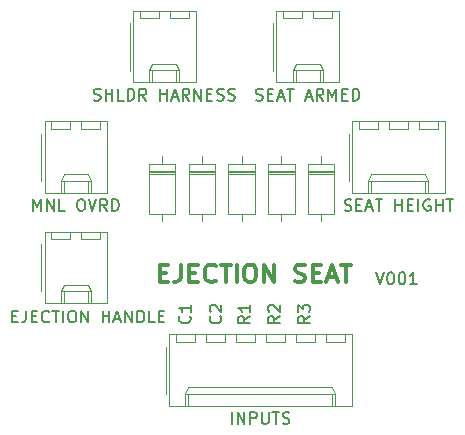
<source format=gbr>
G04 #@! TF.GenerationSoftware,KiCad,Pcbnew,(5.1.5-0-10_14)*
G04 #@! TF.CreationDate,2021-10-24T13:15:44+10:00*
G04 #@! TF.ProjectId,OH - Left Console - Ejection Seat,4f48202d-204c-4656-9674-20436f6e736f,rev?*
G04 #@! TF.SameCoordinates,Original*
G04 #@! TF.FileFunction,Legend,Top*
G04 #@! TF.FilePolarity,Positive*
%FSLAX46Y46*%
G04 Gerber Fmt 4.6, Leading zero omitted, Abs format (unit mm)*
G04 Created by KiCad (PCBNEW (5.1.5-0-10_14)) date 2021-10-24 13:15:44*
%MOMM*%
%LPD*%
G04 APERTURE LIST*
%ADD10C,0.150000*%
%ADD11C,0.300000*%
%ADD12C,0.120000*%
G04 APERTURE END LIST*
D10*
X76207880Y-112249976D02*
X75731690Y-112583309D01*
X76207880Y-112821404D02*
X75207880Y-112821404D01*
X75207880Y-112440452D01*
X75255500Y-112345214D01*
X75303119Y-112297595D01*
X75398357Y-112249976D01*
X75541214Y-112249976D01*
X75636452Y-112297595D01*
X75684071Y-112345214D01*
X75731690Y-112440452D01*
X75731690Y-112821404D01*
X75207880Y-111916642D02*
X75207880Y-111297595D01*
X75588833Y-111630928D01*
X75588833Y-111488071D01*
X75636452Y-111392833D01*
X75684071Y-111345214D01*
X75779309Y-111297595D01*
X76017404Y-111297595D01*
X76112642Y-111345214D01*
X76160261Y-111392833D01*
X76207880Y-111488071D01*
X76207880Y-111773785D01*
X76160261Y-111869023D01*
X76112642Y-111916642D01*
X73667880Y-112249976D02*
X73191690Y-112583309D01*
X73667880Y-112821404D02*
X72667880Y-112821404D01*
X72667880Y-112440452D01*
X72715500Y-112345214D01*
X72763119Y-112297595D01*
X72858357Y-112249976D01*
X73001214Y-112249976D01*
X73096452Y-112297595D01*
X73144071Y-112345214D01*
X73191690Y-112440452D01*
X73191690Y-112821404D01*
X72763119Y-111869023D02*
X72715500Y-111821404D01*
X72667880Y-111726166D01*
X72667880Y-111488071D01*
X72715500Y-111392833D01*
X72763119Y-111345214D01*
X72858357Y-111297595D01*
X72953595Y-111297595D01*
X73096452Y-111345214D01*
X73667880Y-111916642D01*
X73667880Y-111297595D01*
X71127880Y-112249976D02*
X70651690Y-112583309D01*
X71127880Y-112821404D02*
X70127880Y-112821404D01*
X70127880Y-112440452D01*
X70175500Y-112345214D01*
X70223119Y-112297595D01*
X70318357Y-112249976D01*
X70461214Y-112249976D01*
X70556452Y-112297595D01*
X70604071Y-112345214D01*
X70651690Y-112440452D01*
X70651690Y-112821404D01*
X71127880Y-111297595D02*
X71127880Y-111869023D01*
X71127880Y-111583309D02*
X70127880Y-111583309D01*
X70270738Y-111678547D01*
X70365976Y-111773785D01*
X70413595Y-111869023D01*
X68619642Y-112249976D02*
X68667261Y-112297595D01*
X68714880Y-112440452D01*
X68714880Y-112535690D01*
X68667261Y-112678547D01*
X68572023Y-112773785D01*
X68476785Y-112821404D01*
X68286309Y-112869023D01*
X68143452Y-112869023D01*
X67952976Y-112821404D01*
X67857738Y-112773785D01*
X67762500Y-112678547D01*
X67714880Y-112535690D01*
X67714880Y-112440452D01*
X67762500Y-112297595D01*
X67810119Y-112249976D01*
X67810119Y-111869023D02*
X67762500Y-111821404D01*
X67714880Y-111726166D01*
X67714880Y-111488071D01*
X67762500Y-111392833D01*
X67810119Y-111345214D01*
X67905357Y-111297595D01*
X68000595Y-111297595D01*
X68143452Y-111345214D01*
X68714880Y-111916642D01*
X68714880Y-111297595D01*
X66016142Y-112249976D02*
X66063761Y-112297595D01*
X66111380Y-112440452D01*
X66111380Y-112535690D01*
X66063761Y-112678547D01*
X65968523Y-112773785D01*
X65873285Y-112821404D01*
X65682809Y-112869023D01*
X65539952Y-112869023D01*
X65349476Y-112821404D01*
X65254238Y-112773785D01*
X65159000Y-112678547D01*
X65111380Y-112535690D01*
X65111380Y-112440452D01*
X65159000Y-112297595D01*
X65206619Y-112249976D01*
X66111380Y-111297595D02*
X66111380Y-111869023D01*
X66111380Y-111583309D02*
X65111380Y-111583309D01*
X65254238Y-111678547D01*
X65349476Y-111773785D01*
X65397095Y-111869023D01*
X81804095Y-108545380D02*
X82137428Y-109545380D01*
X82470761Y-108545380D01*
X82994571Y-108545380D02*
X83089809Y-108545380D01*
X83185047Y-108593000D01*
X83232666Y-108640619D01*
X83280285Y-108735857D01*
X83327904Y-108926333D01*
X83327904Y-109164428D01*
X83280285Y-109354904D01*
X83232666Y-109450142D01*
X83185047Y-109497761D01*
X83089809Y-109545380D01*
X82994571Y-109545380D01*
X82899333Y-109497761D01*
X82851714Y-109450142D01*
X82804095Y-109354904D01*
X82756476Y-109164428D01*
X82756476Y-108926333D01*
X82804095Y-108735857D01*
X82851714Y-108640619D01*
X82899333Y-108593000D01*
X82994571Y-108545380D01*
X83946952Y-108545380D02*
X84042190Y-108545380D01*
X84137428Y-108593000D01*
X84185047Y-108640619D01*
X84232666Y-108735857D01*
X84280285Y-108926333D01*
X84280285Y-109164428D01*
X84232666Y-109354904D01*
X84185047Y-109450142D01*
X84137428Y-109497761D01*
X84042190Y-109545380D01*
X83946952Y-109545380D01*
X83851714Y-109497761D01*
X83804095Y-109450142D01*
X83756476Y-109354904D01*
X83708857Y-109164428D01*
X83708857Y-108926333D01*
X83756476Y-108735857D01*
X83804095Y-108640619D01*
X83851714Y-108593000D01*
X83946952Y-108545380D01*
X85232666Y-109545380D02*
X84661238Y-109545380D01*
X84946952Y-109545380D02*
X84946952Y-108545380D01*
X84851714Y-108688238D01*
X84756476Y-108783476D01*
X84661238Y-108831095D01*
D11*
X63501000Y-108604857D02*
X64001000Y-108604857D01*
X64215285Y-109390571D02*
X63501000Y-109390571D01*
X63501000Y-107890571D01*
X64215285Y-107890571D01*
X65286714Y-107890571D02*
X65286714Y-108962000D01*
X65215285Y-109176285D01*
X65072428Y-109319142D01*
X64858142Y-109390571D01*
X64715285Y-109390571D01*
X66001000Y-108604857D02*
X66501000Y-108604857D01*
X66715285Y-109390571D02*
X66001000Y-109390571D01*
X66001000Y-107890571D01*
X66715285Y-107890571D01*
X68215285Y-109247714D02*
X68143857Y-109319142D01*
X67929571Y-109390571D01*
X67786714Y-109390571D01*
X67572428Y-109319142D01*
X67429571Y-109176285D01*
X67358142Y-109033428D01*
X67286714Y-108747714D01*
X67286714Y-108533428D01*
X67358142Y-108247714D01*
X67429571Y-108104857D01*
X67572428Y-107962000D01*
X67786714Y-107890571D01*
X67929571Y-107890571D01*
X68143857Y-107962000D01*
X68215285Y-108033428D01*
X68643857Y-107890571D02*
X69501000Y-107890571D01*
X69072428Y-109390571D02*
X69072428Y-107890571D01*
X70001000Y-109390571D02*
X70001000Y-107890571D01*
X71001000Y-107890571D02*
X71286714Y-107890571D01*
X71429571Y-107962000D01*
X71572428Y-108104857D01*
X71643857Y-108390571D01*
X71643857Y-108890571D01*
X71572428Y-109176285D01*
X71429571Y-109319142D01*
X71286714Y-109390571D01*
X71001000Y-109390571D01*
X70858142Y-109319142D01*
X70715285Y-109176285D01*
X70643857Y-108890571D01*
X70643857Y-108390571D01*
X70715285Y-108104857D01*
X70858142Y-107962000D01*
X71001000Y-107890571D01*
X72286714Y-109390571D02*
X72286714Y-107890571D01*
X73143857Y-109390571D01*
X73143857Y-107890571D01*
X74929571Y-109319142D02*
X75143857Y-109390571D01*
X75501000Y-109390571D01*
X75643857Y-109319142D01*
X75715285Y-109247714D01*
X75786714Y-109104857D01*
X75786714Y-108962000D01*
X75715285Y-108819142D01*
X75643857Y-108747714D01*
X75501000Y-108676285D01*
X75215285Y-108604857D01*
X75072428Y-108533428D01*
X75001000Y-108462000D01*
X74929571Y-108319142D01*
X74929571Y-108176285D01*
X75001000Y-108033428D01*
X75072428Y-107962000D01*
X75215285Y-107890571D01*
X75572428Y-107890571D01*
X75786714Y-107962000D01*
X76429571Y-108604857D02*
X76929571Y-108604857D01*
X77143857Y-109390571D02*
X76429571Y-109390571D01*
X76429571Y-107890571D01*
X77143857Y-107890571D01*
X77715285Y-108962000D02*
X78429571Y-108962000D01*
X77572428Y-109390571D02*
X78072428Y-107890571D01*
X78572428Y-109390571D01*
X78858142Y-107890571D02*
X79715285Y-107890571D01*
X79286714Y-109390571D02*
X79286714Y-107890571D01*
D12*
X79159000Y-114410000D02*
X79159000Y-113810000D01*
X77559000Y-114410000D02*
X79159000Y-114410000D01*
X77559000Y-113810000D02*
X77559000Y-114410000D01*
X76619000Y-114410000D02*
X76619000Y-113810000D01*
X75019000Y-114410000D02*
X76619000Y-114410000D01*
X75019000Y-113810000D02*
X75019000Y-114410000D01*
X74079000Y-114410000D02*
X74079000Y-113810000D01*
X72479000Y-114410000D02*
X74079000Y-114410000D01*
X72479000Y-113810000D02*
X72479000Y-114410000D01*
X71539000Y-114410000D02*
X71539000Y-113810000D01*
X69939000Y-114410000D02*
X71539000Y-114410000D01*
X69939000Y-113810000D02*
X69939000Y-114410000D01*
X68999000Y-114410000D02*
X68999000Y-113810000D01*
X67399000Y-114410000D02*
X68999000Y-114410000D01*
X67399000Y-113810000D02*
X67399000Y-114410000D01*
X66459000Y-114410000D02*
X66459000Y-113810000D01*
X64859000Y-114410000D02*
X66459000Y-114410000D01*
X64859000Y-113810000D02*
X64859000Y-114410000D01*
X78109000Y-119830000D02*
X78109000Y-118830000D01*
X65909000Y-119830000D02*
X65909000Y-118830000D01*
X78109000Y-118300000D02*
X78359000Y-118830000D01*
X65909000Y-118300000D02*
X78109000Y-118300000D01*
X65659000Y-118830000D02*
X65909000Y-118300000D01*
X78359000Y-118830000D02*
X78359000Y-119830000D01*
X65659000Y-118830000D02*
X78359000Y-118830000D01*
X65659000Y-119830000D02*
X65659000Y-118830000D01*
X63989000Y-114840000D02*
X63989000Y-118840000D01*
X79739000Y-113810000D02*
X64279000Y-113810000D01*
X79739000Y-119830000D02*
X79739000Y-113810000D01*
X64279000Y-119830000D02*
X79739000Y-119830000D01*
X64279000Y-113810000D02*
X64279000Y-119830000D01*
X65951000Y-87041500D02*
X65951000Y-86441500D01*
X64351000Y-87041500D02*
X65951000Y-87041500D01*
X64351000Y-86441500D02*
X64351000Y-87041500D01*
X63411000Y-87041500D02*
X63411000Y-86441500D01*
X61811000Y-87041500D02*
X63411000Y-87041500D01*
X61811000Y-86441500D02*
X61811000Y-87041500D01*
X64901000Y-92461500D02*
X64901000Y-91461500D01*
X62861000Y-92461500D02*
X62861000Y-91461500D01*
X64901000Y-90931500D02*
X65151000Y-91461500D01*
X62861000Y-90931500D02*
X64901000Y-90931500D01*
X62611000Y-91461500D02*
X62861000Y-90931500D01*
X65151000Y-91461500D02*
X65151000Y-92461500D01*
X62611000Y-91461500D02*
X65151000Y-91461500D01*
X62611000Y-92461500D02*
X62611000Y-91461500D01*
X60941000Y-87471500D02*
X60941000Y-91471500D01*
X66531000Y-86441500D02*
X61231000Y-86441500D01*
X66531000Y-92461500D02*
X66531000Y-86441500D01*
X61231000Y-92461500D02*
X66531000Y-92461500D01*
X61231000Y-86441500D02*
X61231000Y-92461500D01*
X87033000Y-96376000D02*
X87033000Y-95776000D01*
X85433000Y-96376000D02*
X87033000Y-96376000D01*
X85433000Y-95776000D02*
X85433000Y-96376000D01*
X84493000Y-96376000D02*
X84493000Y-95776000D01*
X82893000Y-96376000D02*
X84493000Y-96376000D01*
X82893000Y-95776000D02*
X82893000Y-96376000D01*
X81953000Y-96376000D02*
X81953000Y-95776000D01*
X80353000Y-96376000D02*
X81953000Y-96376000D01*
X80353000Y-95776000D02*
X80353000Y-96376000D01*
X85983000Y-101796000D02*
X85983000Y-100796000D01*
X81403000Y-101796000D02*
X81403000Y-100796000D01*
X85983000Y-100266000D02*
X86233000Y-100796000D01*
X81403000Y-100266000D02*
X85983000Y-100266000D01*
X81153000Y-100796000D02*
X81403000Y-100266000D01*
X86233000Y-100796000D02*
X86233000Y-101796000D01*
X81153000Y-100796000D02*
X86233000Y-100796000D01*
X81153000Y-101796000D02*
X81153000Y-100796000D01*
X79483000Y-96806000D02*
X79483000Y-100806000D01*
X87613000Y-95776000D02*
X79773000Y-95776000D01*
X87613000Y-101796000D02*
X87613000Y-95776000D01*
X79773000Y-101796000D02*
X87613000Y-101796000D01*
X79773000Y-95776000D02*
X79773000Y-101796000D01*
X58458000Y-96376000D02*
X58458000Y-95776000D01*
X56858000Y-96376000D02*
X58458000Y-96376000D01*
X56858000Y-95776000D02*
X56858000Y-96376000D01*
X55918000Y-96376000D02*
X55918000Y-95776000D01*
X54318000Y-96376000D02*
X55918000Y-96376000D01*
X54318000Y-95776000D02*
X54318000Y-96376000D01*
X57408000Y-101796000D02*
X57408000Y-100796000D01*
X55368000Y-101796000D02*
X55368000Y-100796000D01*
X57408000Y-100266000D02*
X57658000Y-100796000D01*
X55368000Y-100266000D02*
X57408000Y-100266000D01*
X55118000Y-100796000D02*
X55368000Y-100266000D01*
X57658000Y-100796000D02*
X57658000Y-101796000D01*
X55118000Y-100796000D02*
X57658000Y-100796000D01*
X55118000Y-101796000D02*
X55118000Y-100796000D01*
X53448000Y-96806000D02*
X53448000Y-100806000D01*
X59038000Y-95776000D02*
X53738000Y-95776000D01*
X59038000Y-101796000D02*
X59038000Y-95776000D01*
X53738000Y-101796000D02*
X59038000Y-101796000D01*
X53738000Y-95776000D02*
X53738000Y-101796000D01*
X78079500Y-87041500D02*
X78079500Y-86441500D01*
X76479500Y-87041500D02*
X78079500Y-87041500D01*
X76479500Y-86441500D02*
X76479500Y-87041500D01*
X75539500Y-87041500D02*
X75539500Y-86441500D01*
X73939500Y-87041500D02*
X75539500Y-87041500D01*
X73939500Y-86441500D02*
X73939500Y-87041500D01*
X77029500Y-92461500D02*
X77029500Y-91461500D01*
X74989500Y-92461500D02*
X74989500Y-91461500D01*
X77029500Y-90931500D02*
X77279500Y-91461500D01*
X74989500Y-90931500D02*
X77029500Y-90931500D01*
X74739500Y-91461500D02*
X74989500Y-90931500D01*
X77279500Y-91461500D02*
X77279500Y-92461500D01*
X74739500Y-91461500D02*
X77279500Y-91461500D01*
X74739500Y-92461500D02*
X74739500Y-91461500D01*
X73069500Y-87471500D02*
X73069500Y-91471500D01*
X78659500Y-86441500D02*
X73359500Y-86441500D01*
X78659500Y-92461500D02*
X78659500Y-86441500D01*
X73359500Y-92461500D02*
X78659500Y-92461500D01*
X73359500Y-86441500D02*
X73359500Y-92461500D01*
X58458000Y-105710000D02*
X58458000Y-105110000D01*
X56858000Y-105710000D02*
X58458000Y-105710000D01*
X56858000Y-105110000D02*
X56858000Y-105710000D01*
X55918000Y-105710000D02*
X55918000Y-105110000D01*
X54318000Y-105710000D02*
X55918000Y-105710000D01*
X54318000Y-105110000D02*
X54318000Y-105710000D01*
X57408000Y-111130000D02*
X57408000Y-110130000D01*
X55368000Y-111130000D02*
X55368000Y-110130000D01*
X57408000Y-109600000D02*
X57658000Y-110130000D01*
X55368000Y-109600000D02*
X57408000Y-109600000D01*
X55118000Y-110130000D02*
X55368000Y-109600000D01*
X57658000Y-110130000D02*
X57658000Y-111130000D01*
X55118000Y-110130000D02*
X57658000Y-110130000D01*
X55118000Y-111130000D02*
X55118000Y-110130000D01*
X53448000Y-106140000D02*
X53448000Y-110140000D01*
X59038000Y-105110000D02*
X53738000Y-105110000D01*
X59038000Y-111130000D02*
X59038000Y-105110000D01*
X53738000Y-111130000D02*
X59038000Y-111130000D01*
X53738000Y-105110000D02*
X53738000Y-111130000D01*
X74907000Y-99953000D02*
X72667000Y-99953000D01*
X74907000Y-100193000D02*
X72667000Y-100193000D01*
X74907000Y-100073000D02*
X72667000Y-100073000D01*
X73787000Y-104243000D02*
X73787000Y-103593000D01*
X73787000Y-98703000D02*
X73787000Y-99353000D01*
X74907000Y-103593000D02*
X74907000Y-99353000D01*
X72667000Y-103593000D02*
X74907000Y-103593000D01*
X72667000Y-99353000D02*
X72667000Y-103593000D01*
X74907000Y-99353000D02*
X72667000Y-99353000D01*
X68176000Y-99953000D02*
X65936000Y-99953000D01*
X68176000Y-100193000D02*
X65936000Y-100193000D01*
X68176000Y-100073000D02*
X65936000Y-100073000D01*
X67056000Y-104243000D02*
X67056000Y-103593000D01*
X67056000Y-98703000D02*
X67056000Y-99353000D01*
X68176000Y-103593000D02*
X68176000Y-99353000D01*
X65936000Y-103593000D02*
X68176000Y-103593000D01*
X65936000Y-99353000D02*
X65936000Y-103593000D01*
X68176000Y-99353000D02*
X65936000Y-99353000D01*
X71541500Y-99953000D02*
X69301500Y-99953000D01*
X71541500Y-100193000D02*
X69301500Y-100193000D01*
X71541500Y-100073000D02*
X69301500Y-100073000D01*
X70421500Y-104243000D02*
X70421500Y-103593000D01*
X70421500Y-98703000D02*
X70421500Y-99353000D01*
X71541500Y-103593000D02*
X71541500Y-99353000D01*
X69301500Y-103593000D02*
X71541500Y-103593000D01*
X69301500Y-99353000D02*
X69301500Y-103593000D01*
X71541500Y-99353000D02*
X69301500Y-99353000D01*
X78272500Y-99953000D02*
X76032500Y-99953000D01*
X78272500Y-100193000D02*
X76032500Y-100193000D01*
X78272500Y-100073000D02*
X76032500Y-100073000D01*
X77152500Y-104243000D02*
X77152500Y-103593000D01*
X77152500Y-98703000D02*
X77152500Y-99353000D01*
X78272500Y-103593000D02*
X78272500Y-99353000D01*
X76032500Y-103593000D02*
X78272500Y-103593000D01*
X76032500Y-99353000D02*
X76032500Y-103593000D01*
X78272500Y-99353000D02*
X76032500Y-99353000D01*
X64810500Y-99953000D02*
X62570500Y-99953000D01*
X64810500Y-100193000D02*
X62570500Y-100193000D01*
X64810500Y-100073000D02*
X62570500Y-100073000D01*
X63690500Y-104243000D02*
X63690500Y-103593000D01*
X63690500Y-98703000D02*
X63690500Y-99353000D01*
X64810500Y-103593000D02*
X64810500Y-99353000D01*
X62570500Y-103593000D02*
X64810500Y-103593000D01*
X62570500Y-99353000D02*
X62570500Y-103593000D01*
X64810500Y-99353000D02*
X62570500Y-99353000D01*
D10*
X69604238Y-121372380D02*
X69604238Y-120372380D01*
X70080428Y-121372380D02*
X70080428Y-120372380D01*
X70651857Y-121372380D01*
X70651857Y-120372380D01*
X71128047Y-121372380D02*
X71128047Y-120372380D01*
X71509000Y-120372380D01*
X71604238Y-120420000D01*
X71651857Y-120467619D01*
X71699476Y-120562857D01*
X71699476Y-120705714D01*
X71651857Y-120800952D01*
X71604238Y-120848571D01*
X71509000Y-120896190D01*
X71128047Y-120896190D01*
X72128047Y-120372380D02*
X72128047Y-121181904D01*
X72175666Y-121277142D01*
X72223285Y-121324761D01*
X72318523Y-121372380D01*
X72509000Y-121372380D01*
X72604238Y-121324761D01*
X72651857Y-121277142D01*
X72699476Y-121181904D01*
X72699476Y-120372380D01*
X73032809Y-120372380D02*
X73604238Y-120372380D01*
X73318523Y-121372380D02*
X73318523Y-120372380D01*
X73889952Y-121324761D02*
X74032809Y-121372380D01*
X74270904Y-121372380D01*
X74366142Y-121324761D01*
X74413761Y-121277142D01*
X74461380Y-121181904D01*
X74461380Y-121086666D01*
X74413761Y-120991428D01*
X74366142Y-120943809D01*
X74270904Y-120896190D01*
X74080428Y-120848571D01*
X73985190Y-120800952D01*
X73937571Y-120753333D01*
X73889952Y-120658095D01*
X73889952Y-120562857D01*
X73937571Y-120467619D01*
X73985190Y-120420000D01*
X74080428Y-120372380D01*
X74318523Y-120372380D01*
X74461380Y-120420000D01*
X57904809Y-93956261D02*
X58047666Y-94003880D01*
X58285761Y-94003880D01*
X58381000Y-93956261D01*
X58428619Y-93908642D01*
X58476238Y-93813404D01*
X58476238Y-93718166D01*
X58428619Y-93622928D01*
X58381000Y-93575309D01*
X58285761Y-93527690D01*
X58095285Y-93480071D01*
X58000047Y-93432452D01*
X57952428Y-93384833D01*
X57904809Y-93289595D01*
X57904809Y-93194357D01*
X57952428Y-93099119D01*
X58000047Y-93051500D01*
X58095285Y-93003880D01*
X58333380Y-93003880D01*
X58476238Y-93051500D01*
X58904809Y-94003880D02*
X58904809Y-93003880D01*
X58904809Y-93480071D02*
X59476238Y-93480071D01*
X59476238Y-94003880D02*
X59476238Y-93003880D01*
X60428619Y-94003880D02*
X59952428Y-94003880D01*
X59952428Y-93003880D01*
X60761952Y-94003880D02*
X60761952Y-93003880D01*
X61000047Y-93003880D01*
X61142904Y-93051500D01*
X61238142Y-93146738D01*
X61285761Y-93241976D01*
X61333380Y-93432452D01*
X61333380Y-93575309D01*
X61285761Y-93765785D01*
X61238142Y-93861023D01*
X61142904Y-93956261D01*
X61000047Y-94003880D01*
X60761952Y-94003880D01*
X62333380Y-94003880D02*
X62000047Y-93527690D01*
X61761952Y-94003880D02*
X61761952Y-93003880D01*
X62142904Y-93003880D01*
X62238142Y-93051500D01*
X62285761Y-93099119D01*
X62333380Y-93194357D01*
X62333380Y-93337214D01*
X62285761Y-93432452D01*
X62238142Y-93480071D01*
X62142904Y-93527690D01*
X61761952Y-93527690D01*
X63523857Y-94003880D02*
X63523857Y-93003880D01*
X63523857Y-93480071D02*
X64095285Y-93480071D01*
X64095285Y-94003880D02*
X64095285Y-93003880D01*
X64523857Y-93718166D02*
X65000047Y-93718166D01*
X64428619Y-94003880D02*
X64761952Y-93003880D01*
X65095285Y-94003880D01*
X66000047Y-94003880D02*
X65666714Y-93527690D01*
X65428619Y-94003880D02*
X65428619Y-93003880D01*
X65809571Y-93003880D01*
X65904809Y-93051500D01*
X65952428Y-93099119D01*
X66000047Y-93194357D01*
X66000047Y-93337214D01*
X65952428Y-93432452D01*
X65904809Y-93480071D01*
X65809571Y-93527690D01*
X65428619Y-93527690D01*
X66428619Y-94003880D02*
X66428619Y-93003880D01*
X67000047Y-94003880D01*
X67000047Y-93003880D01*
X67476238Y-93480071D02*
X67809571Y-93480071D01*
X67952428Y-94003880D02*
X67476238Y-94003880D01*
X67476238Y-93003880D01*
X67952428Y-93003880D01*
X68333380Y-93956261D02*
X68476238Y-94003880D01*
X68714333Y-94003880D01*
X68809571Y-93956261D01*
X68857190Y-93908642D01*
X68904809Y-93813404D01*
X68904809Y-93718166D01*
X68857190Y-93622928D01*
X68809571Y-93575309D01*
X68714333Y-93527690D01*
X68523857Y-93480071D01*
X68428619Y-93432452D01*
X68381000Y-93384833D01*
X68333380Y-93289595D01*
X68333380Y-93194357D01*
X68381000Y-93099119D01*
X68428619Y-93051500D01*
X68523857Y-93003880D01*
X68761952Y-93003880D01*
X68904809Y-93051500D01*
X69285761Y-93956261D02*
X69428619Y-94003880D01*
X69666714Y-94003880D01*
X69761952Y-93956261D01*
X69809571Y-93908642D01*
X69857190Y-93813404D01*
X69857190Y-93718166D01*
X69809571Y-93622928D01*
X69761952Y-93575309D01*
X69666714Y-93527690D01*
X69476238Y-93480071D01*
X69381000Y-93432452D01*
X69333380Y-93384833D01*
X69285761Y-93289595D01*
X69285761Y-93194357D01*
X69333380Y-93099119D01*
X69381000Y-93051500D01*
X69476238Y-93003880D01*
X69714333Y-93003880D01*
X69857190Y-93051500D01*
X79145380Y-103290761D02*
X79288238Y-103338380D01*
X79526333Y-103338380D01*
X79621571Y-103290761D01*
X79669190Y-103243142D01*
X79716809Y-103147904D01*
X79716809Y-103052666D01*
X79669190Y-102957428D01*
X79621571Y-102909809D01*
X79526333Y-102862190D01*
X79335857Y-102814571D01*
X79240619Y-102766952D01*
X79193000Y-102719333D01*
X79145380Y-102624095D01*
X79145380Y-102528857D01*
X79193000Y-102433619D01*
X79240619Y-102386000D01*
X79335857Y-102338380D01*
X79573952Y-102338380D01*
X79716809Y-102386000D01*
X80145380Y-102814571D02*
X80478714Y-102814571D01*
X80621571Y-103338380D02*
X80145380Y-103338380D01*
X80145380Y-102338380D01*
X80621571Y-102338380D01*
X81002523Y-103052666D02*
X81478714Y-103052666D01*
X80907285Y-103338380D02*
X81240619Y-102338380D01*
X81573952Y-103338380D01*
X81764428Y-102338380D02*
X82335857Y-102338380D01*
X82050142Y-103338380D02*
X82050142Y-102338380D01*
X83431095Y-103338380D02*
X83431095Y-102338380D01*
X83431095Y-102814571D02*
X84002523Y-102814571D01*
X84002523Y-103338380D02*
X84002523Y-102338380D01*
X84478714Y-102814571D02*
X84812047Y-102814571D01*
X84954904Y-103338380D02*
X84478714Y-103338380D01*
X84478714Y-102338380D01*
X84954904Y-102338380D01*
X85383476Y-103338380D02*
X85383476Y-102338380D01*
X86383476Y-102386000D02*
X86288238Y-102338380D01*
X86145380Y-102338380D01*
X86002523Y-102386000D01*
X85907285Y-102481238D01*
X85859666Y-102576476D01*
X85812047Y-102766952D01*
X85812047Y-102909809D01*
X85859666Y-103100285D01*
X85907285Y-103195523D01*
X86002523Y-103290761D01*
X86145380Y-103338380D01*
X86240619Y-103338380D01*
X86383476Y-103290761D01*
X86431095Y-103243142D01*
X86431095Y-102909809D01*
X86240619Y-102909809D01*
X86859666Y-103338380D02*
X86859666Y-102338380D01*
X86859666Y-102814571D02*
X87431095Y-102814571D01*
X87431095Y-103338380D02*
X87431095Y-102338380D01*
X87764428Y-102338380D02*
X88335857Y-102338380D01*
X88050142Y-103338380D02*
X88050142Y-102338380D01*
X52792761Y-103338380D02*
X52792761Y-102338380D01*
X53126095Y-103052666D01*
X53459428Y-102338380D01*
X53459428Y-103338380D01*
X53935619Y-103338380D02*
X53935619Y-102338380D01*
X54507047Y-103338380D01*
X54507047Y-102338380D01*
X55459428Y-103338380D02*
X54983238Y-103338380D01*
X54983238Y-102338380D01*
X56745142Y-102338380D02*
X56935619Y-102338380D01*
X57030857Y-102386000D01*
X57126095Y-102481238D01*
X57173714Y-102671714D01*
X57173714Y-103005047D01*
X57126095Y-103195523D01*
X57030857Y-103290761D01*
X56935619Y-103338380D01*
X56745142Y-103338380D01*
X56649904Y-103290761D01*
X56554666Y-103195523D01*
X56507047Y-103005047D01*
X56507047Y-102671714D01*
X56554666Y-102481238D01*
X56649904Y-102386000D01*
X56745142Y-102338380D01*
X57459428Y-102338380D02*
X57792761Y-103338380D01*
X58126095Y-102338380D01*
X59030857Y-103338380D02*
X58697523Y-102862190D01*
X58459428Y-103338380D02*
X58459428Y-102338380D01*
X58840380Y-102338380D01*
X58935619Y-102386000D01*
X58983238Y-102433619D01*
X59030857Y-102528857D01*
X59030857Y-102671714D01*
X58983238Y-102766952D01*
X58935619Y-102814571D01*
X58840380Y-102862190D01*
X58459428Y-102862190D01*
X59459428Y-103338380D02*
X59459428Y-102338380D01*
X59697523Y-102338380D01*
X59840380Y-102386000D01*
X59935619Y-102481238D01*
X59983238Y-102576476D01*
X60030857Y-102766952D01*
X60030857Y-102909809D01*
X59983238Y-103100285D01*
X59935619Y-103195523D01*
X59840380Y-103290761D01*
X59697523Y-103338380D01*
X59459428Y-103338380D01*
X71628547Y-93956261D02*
X71771404Y-94003880D01*
X72009500Y-94003880D01*
X72104738Y-93956261D01*
X72152357Y-93908642D01*
X72199976Y-93813404D01*
X72199976Y-93718166D01*
X72152357Y-93622928D01*
X72104738Y-93575309D01*
X72009500Y-93527690D01*
X71819023Y-93480071D01*
X71723785Y-93432452D01*
X71676166Y-93384833D01*
X71628547Y-93289595D01*
X71628547Y-93194357D01*
X71676166Y-93099119D01*
X71723785Y-93051500D01*
X71819023Y-93003880D01*
X72057119Y-93003880D01*
X72199976Y-93051500D01*
X72628547Y-93480071D02*
X72961880Y-93480071D01*
X73104738Y-94003880D02*
X72628547Y-94003880D01*
X72628547Y-93003880D01*
X73104738Y-93003880D01*
X73485690Y-93718166D02*
X73961880Y-93718166D01*
X73390452Y-94003880D02*
X73723785Y-93003880D01*
X74057119Y-94003880D01*
X74247595Y-93003880D02*
X74819023Y-93003880D01*
X74533309Y-94003880D02*
X74533309Y-93003880D01*
X75866642Y-93718166D02*
X76342833Y-93718166D01*
X75771404Y-94003880D02*
X76104738Y-93003880D01*
X76438071Y-94003880D01*
X77342833Y-94003880D02*
X77009500Y-93527690D01*
X76771404Y-94003880D02*
X76771404Y-93003880D01*
X77152357Y-93003880D01*
X77247595Y-93051500D01*
X77295214Y-93099119D01*
X77342833Y-93194357D01*
X77342833Y-93337214D01*
X77295214Y-93432452D01*
X77247595Y-93480071D01*
X77152357Y-93527690D01*
X76771404Y-93527690D01*
X77771404Y-94003880D02*
X77771404Y-93003880D01*
X78104738Y-93718166D01*
X78438071Y-93003880D01*
X78438071Y-94003880D01*
X78914261Y-93480071D02*
X79247595Y-93480071D01*
X79390452Y-94003880D02*
X78914261Y-94003880D01*
X78914261Y-93003880D01*
X79390452Y-93003880D01*
X79819023Y-94003880D02*
X79819023Y-93003880D01*
X80057119Y-93003880D01*
X80199976Y-93051500D01*
X80295214Y-93146738D01*
X80342833Y-93241976D01*
X80390452Y-93432452D01*
X80390452Y-93575309D01*
X80342833Y-93765785D01*
X80295214Y-93861023D01*
X80199976Y-93956261D01*
X80057119Y-94003880D01*
X79819023Y-94003880D01*
X50975428Y-112260071D02*
X51308761Y-112260071D01*
X51451619Y-112783880D02*
X50975428Y-112783880D01*
X50975428Y-111783880D01*
X51451619Y-111783880D01*
X52165904Y-111783880D02*
X52165904Y-112498166D01*
X52118285Y-112641023D01*
X52023047Y-112736261D01*
X51880190Y-112783880D01*
X51784952Y-112783880D01*
X52642095Y-112260071D02*
X52975428Y-112260071D01*
X53118285Y-112783880D02*
X52642095Y-112783880D01*
X52642095Y-111783880D01*
X53118285Y-111783880D01*
X54118285Y-112688642D02*
X54070666Y-112736261D01*
X53927809Y-112783880D01*
X53832571Y-112783880D01*
X53689714Y-112736261D01*
X53594476Y-112641023D01*
X53546857Y-112545785D01*
X53499238Y-112355309D01*
X53499238Y-112212452D01*
X53546857Y-112021976D01*
X53594476Y-111926738D01*
X53689714Y-111831500D01*
X53832571Y-111783880D01*
X53927809Y-111783880D01*
X54070666Y-111831500D01*
X54118285Y-111879119D01*
X54404000Y-111783880D02*
X54975428Y-111783880D01*
X54689714Y-112783880D02*
X54689714Y-111783880D01*
X55308761Y-112783880D02*
X55308761Y-111783880D01*
X55975428Y-111783880D02*
X56165904Y-111783880D01*
X56261142Y-111831500D01*
X56356380Y-111926738D01*
X56404000Y-112117214D01*
X56404000Y-112450547D01*
X56356380Y-112641023D01*
X56261142Y-112736261D01*
X56165904Y-112783880D01*
X55975428Y-112783880D01*
X55880190Y-112736261D01*
X55784952Y-112641023D01*
X55737333Y-112450547D01*
X55737333Y-112117214D01*
X55784952Y-111926738D01*
X55880190Y-111831500D01*
X55975428Y-111783880D01*
X56832571Y-112783880D02*
X56832571Y-111783880D01*
X57404000Y-112783880D01*
X57404000Y-111783880D01*
X58642095Y-112783880D02*
X58642095Y-111783880D01*
X58642095Y-112260071D02*
X59213523Y-112260071D01*
X59213523Y-112783880D02*
X59213523Y-111783880D01*
X59642095Y-112498166D02*
X60118285Y-112498166D01*
X59546857Y-112783880D02*
X59880190Y-111783880D01*
X60213523Y-112783880D01*
X60546857Y-112783880D02*
X60546857Y-111783880D01*
X61118285Y-112783880D01*
X61118285Y-111783880D01*
X61594476Y-112783880D02*
X61594476Y-111783880D01*
X61832571Y-111783880D01*
X61975428Y-111831500D01*
X62070666Y-111926738D01*
X62118285Y-112021976D01*
X62165904Y-112212452D01*
X62165904Y-112355309D01*
X62118285Y-112545785D01*
X62070666Y-112641023D01*
X61975428Y-112736261D01*
X61832571Y-112783880D01*
X61594476Y-112783880D01*
X63070666Y-112783880D02*
X62594476Y-112783880D01*
X62594476Y-111783880D01*
X63404000Y-112260071D02*
X63737333Y-112260071D01*
X63880190Y-112783880D02*
X63404000Y-112783880D01*
X63404000Y-111783880D01*
X63880190Y-111783880D01*
M02*

</source>
